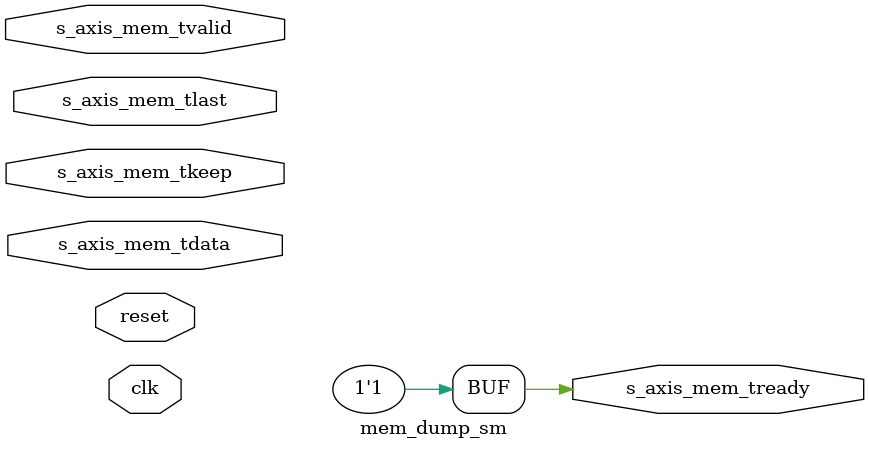
<source format=v>
`timescale 1ns / 1ps

module mem_dump_sm #(
  parameter DATA_WIDTH  = 16,
  parameter TKEEP_WIDTH = 4
)(
  input                                 clk,
  input                                 reset,
  
  input signed [DATA_WIDTH * 2 - 1 : 0] s_axis_mem_tdata,
  input        [TKEEP_WIDTH - 1 : 0]    s_axis_mem_tkeep,
  input                                 s_axis_mem_tvalid,
  input                                 s_axis_mem_tlast,
  
  output                                s_axis_mem_tready 
);

assign s_axis_mem_tready = 1'b1;

reg signed [DATA_WIDTH * 2 - 1 : 0] mem_location;

always @ (posedge clk) begin
  if (s_axis_mem_tkeep == 4'hf && s_axis_mem_tvalid == 1'b1) begin
    mem_location <= s_axis_mem_tdata;
  end else begin
    mem_location <= mem_location;
  end
end

endmodule

</source>
